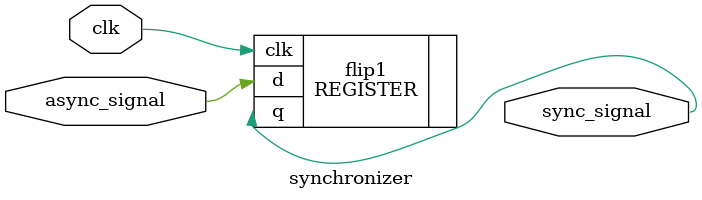
<source format=v>


module synchronizer #(parameter WIDTH = 1) (
    input [WIDTH-1:0] async_signal,
    input clk,
    output [WIDTH-1:0] sync_signal
);
	    // TODO: Create your 2 flip-flop synchronizer here
	    // This module takes in a vector of WIDTH-bit asynchronous
      // (from different clock domain or not clocked, such as button press) signals
	    // and should output a vector of WIDTH-bit synchronous signals
      // that are synchronized to the input clk

	    // Remove this line once you create your synchronizer
	    wire flip1out;
	    REGISTER #(.N(WIDTH)) flip1(.d(async_signal),.q(sync_signal),.clk(clk));


endmodule

</source>
